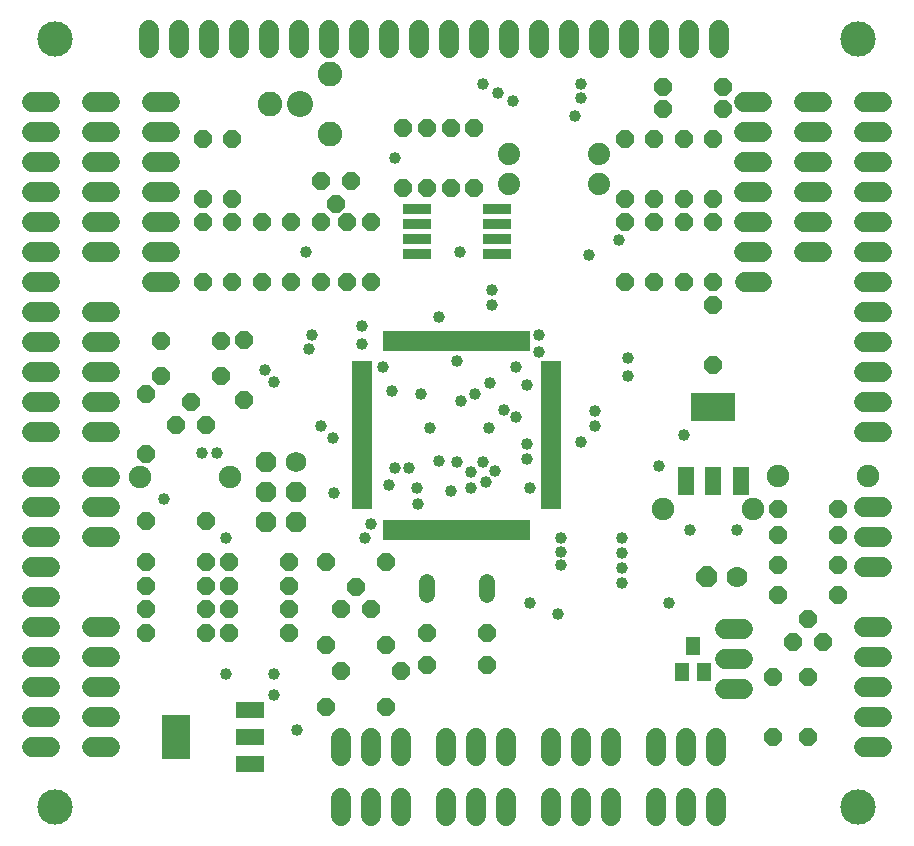
<source format=gts>
G75*
%MOIN*%
%OFA0B0*%
%FSLAX25Y25*%
%IPPOS*%
%LPD*%
%AMOC8*
5,1,8,0,0,1.08239X$1,22.5*
%
%ADD10C,0.11824*%
%ADD11C,0.08674*%
%ADD12OC8,0.06000*%
%ADD13OC8,0.07000*%
%ADD14C,0.07000*%
%ADD15C,0.07493*%
%ADD16C,0.07400*%
%ADD17C,0.05200*%
%ADD18R,0.04737X0.06312*%
%ADD19R,0.06706X0.01981*%
%ADD20R,0.01981X0.06706*%
%ADD21R,0.09500X0.03200*%
%ADD22C,0.06800*%
%ADD23C,0.08200*%
%ADD24C,0.06800*%
%ADD25OC8,0.06800*%
%ADD26R,0.05600X0.09600*%
%ADD27R,0.14973X0.09461*%
%ADD28R,0.09600X0.05600*%
%ADD29R,0.09461X0.14973*%
%ADD30C,0.06737*%
%ADD31C,0.03975*%
D10*
X0023685Y0032234D03*
X0023685Y0288140D03*
X0291402Y0288140D03*
X0291402Y0032234D03*
D11*
X0105378Y0266486D03*
D12*
X0082740Y0254833D03*
X0072898Y0254833D03*
X0072898Y0234833D03*
X0072898Y0227274D03*
X0082740Y0227274D03*
X0082740Y0234833D03*
X0092583Y0227274D03*
X0102425Y0227274D03*
X0112268Y0227274D03*
X0117189Y0233396D03*
X0121126Y0227274D03*
X0129000Y0227274D03*
X0122189Y0240896D03*
X0112189Y0240896D03*
X0139827Y0238770D03*
X0147701Y0238770D03*
X0155575Y0238770D03*
X0163449Y0238770D03*
X0163449Y0258770D03*
X0155575Y0258770D03*
X0147701Y0258770D03*
X0139827Y0258770D03*
X0129000Y0207274D03*
X0121126Y0207274D03*
X0112268Y0207274D03*
X0102425Y0207274D03*
X0092583Y0207274D03*
X0082740Y0207274D03*
X0072898Y0207274D03*
X0078961Y0187746D03*
X0086677Y0187904D03*
X0078961Y0175935D03*
X0086677Y0167904D03*
X0074000Y0159705D03*
X0069000Y0167205D03*
X0064000Y0159705D03*
X0054000Y0149892D03*
X0054000Y0169892D03*
X0058961Y0175935D03*
X0058961Y0187746D03*
X0054039Y0127707D03*
X0054039Y0113927D03*
X0054039Y0106053D03*
X0054039Y0098179D03*
X0054039Y0090305D03*
X0074039Y0090305D03*
X0081598Y0090305D03*
X0081598Y0098179D03*
X0074039Y0098179D03*
X0074039Y0106053D03*
X0081598Y0106053D03*
X0081598Y0113927D03*
X0074039Y0113927D03*
X0074039Y0127707D03*
X0101598Y0113927D03*
X0101598Y0106053D03*
X0101598Y0098179D03*
X0101598Y0090305D03*
X0114079Y0086368D03*
X0119000Y0077510D03*
X0114079Y0065699D03*
X0134079Y0065699D03*
X0139000Y0077510D03*
X0147543Y0079478D03*
X0147543Y0090305D03*
X0134079Y0086368D03*
X0129079Y0098179D03*
X0124079Y0105679D03*
X0119079Y0098179D03*
X0114079Y0113927D03*
X0134079Y0113927D03*
X0167543Y0090305D03*
X0167543Y0079478D03*
X0262858Y0075699D03*
X0269669Y0087352D03*
X0274669Y0094852D03*
X0279669Y0087352D03*
X0274669Y0075699D03*
X0274669Y0055699D03*
X0262858Y0055699D03*
X0264669Y0103100D03*
X0264669Y0112943D03*
X0264669Y0122785D03*
X0264669Y0131644D03*
X0284669Y0131644D03*
X0284669Y0122785D03*
X0284669Y0112943D03*
X0284669Y0103100D03*
X0243173Y0179715D03*
X0243173Y0199715D03*
X0243173Y0207274D03*
X0233331Y0207274D03*
X0223488Y0207274D03*
X0213646Y0207274D03*
X0213646Y0227274D03*
X0213646Y0234833D03*
X0223488Y0234833D03*
X0223488Y0227274D03*
X0233331Y0227274D03*
X0233331Y0234833D03*
X0243173Y0234833D03*
X0243173Y0227274D03*
X0243173Y0254833D03*
X0246500Y0264892D03*
X0246500Y0272392D03*
X0233331Y0254833D03*
X0223488Y0254833D03*
X0213646Y0254833D03*
X0226500Y0264892D03*
X0226500Y0272392D03*
D13*
X0241126Y0109006D03*
D14*
X0251126Y0109006D03*
D15*
X0256205Y0131644D03*
X0264591Y0142470D03*
X0294591Y0142470D03*
X0226205Y0131644D03*
X0082031Y0142392D03*
X0052031Y0142392D03*
D16*
X0175024Y0239833D03*
X0175024Y0249833D03*
X0205024Y0249833D03*
X0205024Y0239833D03*
D17*
X0167543Y0107426D02*
X0167543Y0103026D01*
X0147543Y0103026D02*
X0147543Y0107426D01*
D18*
X0232543Y0077116D03*
X0240024Y0077116D03*
X0236283Y0085778D03*
D19*
X0189039Y0132628D03*
X0189039Y0134596D03*
X0189039Y0136565D03*
X0189039Y0138533D03*
X0189039Y0140502D03*
X0189039Y0142470D03*
X0189039Y0144439D03*
X0189039Y0146407D03*
X0189039Y0148376D03*
X0189039Y0150344D03*
X0189039Y0152313D03*
X0189039Y0154281D03*
X0189039Y0156250D03*
X0189039Y0158219D03*
X0189039Y0160187D03*
X0189039Y0162156D03*
X0189039Y0164124D03*
X0189039Y0166093D03*
X0189039Y0168061D03*
X0189039Y0170030D03*
X0189039Y0171998D03*
X0189039Y0173967D03*
X0189039Y0175935D03*
X0189039Y0177904D03*
X0189039Y0179872D03*
X0126047Y0179872D03*
X0126047Y0177904D03*
X0126047Y0175935D03*
X0126047Y0173967D03*
X0126047Y0171998D03*
X0126047Y0170030D03*
X0126047Y0168061D03*
X0126047Y0166093D03*
X0126047Y0164124D03*
X0126047Y0162156D03*
X0126047Y0160187D03*
X0126047Y0158219D03*
X0126047Y0156250D03*
X0126047Y0154281D03*
X0126047Y0152313D03*
X0126047Y0150344D03*
X0126047Y0148376D03*
X0126047Y0146407D03*
X0126047Y0144439D03*
X0126047Y0142470D03*
X0126047Y0140502D03*
X0126047Y0138533D03*
X0126047Y0136565D03*
X0126047Y0134596D03*
X0126047Y0132628D03*
D20*
X0133921Y0124754D03*
X0135890Y0124754D03*
X0137858Y0124754D03*
X0139827Y0124754D03*
X0141795Y0124754D03*
X0143764Y0124754D03*
X0145732Y0124754D03*
X0147701Y0124754D03*
X0149669Y0124754D03*
X0151638Y0124754D03*
X0153606Y0124754D03*
X0155575Y0124754D03*
X0157543Y0124754D03*
X0159512Y0124754D03*
X0161480Y0124754D03*
X0163449Y0124754D03*
X0165417Y0124754D03*
X0167386Y0124754D03*
X0169354Y0124754D03*
X0171323Y0124754D03*
X0173291Y0124754D03*
X0175260Y0124754D03*
X0177228Y0124754D03*
X0179197Y0124754D03*
X0181165Y0124754D03*
X0181165Y0187746D03*
X0179197Y0187746D03*
X0177228Y0187746D03*
X0175260Y0187746D03*
X0173291Y0187746D03*
X0171323Y0187746D03*
X0169354Y0187746D03*
X0167386Y0187746D03*
X0165417Y0187746D03*
X0163449Y0187746D03*
X0161480Y0187746D03*
X0159512Y0187746D03*
X0157543Y0187746D03*
X0155575Y0187746D03*
X0153606Y0187746D03*
X0151638Y0187746D03*
X0149669Y0187746D03*
X0147701Y0187746D03*
X0145732Y0187746D03*
X0143764Y0187746D03*
X0141795Y0187746D03*
X0139827Y0187746D03*
X0137858Y0187746D03*
X0135890Y0187746D03*
X0133921Y0187746D03*
D21*
X0144343Y0216663D03*
X0144343Y0221663D03*
X0144343Y0226663D03*
X0144343Y0231663D03*
X0170843Y0231663D03*
X0170843Y0226663D03*
X0170843Y0221663D03*
X0170843Y0216663D03*
D22*
X0175161Y0285140D02*
X0175161Y0291140D01*
X0165161Y0291140D02*
X0165161Y0285140D01*
X0155161Y0285140D02*
X0155161Y0291140D01*
X0145161Y0291140D02*
X0145161Y0285140D01*
X0135161Y0285140D02*
X0135161Y0291140D01*
X0125161Y0291140D02*
X0125161Y0285140D01*
X0115161Y0285140D02*
X0115161Y0291140D01*
X0105161Y0291140D02*
X0105161Y0285140D01*
X0095161Y0285140D02*
X0095161Y0291140D01*
X0085161Y0291140D02*
X0085161Y0285140D01*
X0075161Y0285140D02*
X0075161Y0291140D01*
X0065161Y0291140D02*
X0065161Y0285140D01*
X0055161Y0285140D02*
X0055161Y0291140D01*
X0056000Y0267392D02*
X0062000Y0267392D01*
X0062000Y0257392D02*
X0056000Y0257392D01*
X0056000Y0247392D02*
X0062000Y0247392D01*
X0062000Y0237392D02*
X0056000Y0237392D01*
X0056000Y0227392D02*
X0062000Y0227392D01*
X0062000Y0217392D02*
X0056000Y0217392D01*
X0042000Y0217392D02*
X0036000Y0217392D01*
X0036000Y0227392D02*
X0042000Y0227392D01*
X0042000Y0237392D02*
X0036000Y0237392D01*
X0036000Y0247392D02*
X0042000Y0247392D01*
X0042000Y0257392D02*
X0036000Y0257392D01*
X0036000Y0267392D02*
X0042000Y0267392D01*
X0022000Y0267392D02*
X0016000Y0267392D01*
X0016000Y0257392D02*
X0022000Y0257392D01*
X0022000Y0247392D02*
X0016000Y0247392D01*
X0016000Y0237392D02*
X0022000Y0237392D01*
X0022000Y0227392D02*
X0016000Y0227392D01*
X0016000Y0217392D02*
X0022000Y0217392D01*
X0022000Y0207392D02*
X0016000Y0207392D01*
X0016000Y0197392D02*
X0022000Y0197392D01*
X0022000Y0187392D02*
X0016000Y0187392D01*
X0016000Y0177392D02*
X0022000Y0177392D01*
X0022000Y0167392D02*
X0016000Y0167392D01*
X0016000Y0157392D02*
X0022000Y0157392D01*
X0036000Y0157392D02*
X0042000Y0157392D01*
X0042000Y0167392D02*
X0036000Y0167392D01*
X0036000Y0177392D02*
X0042000Y0177392D01*
X0042000Y0187392D02*
X0036000Y0187392D01*
X0036000Y0197392D02*
X0042000Y0197392D01*
X0042000Y0142392D02*
X0036000Y0142392D01*
X0036000Y0132392D02*
X0042000Y0132392D01*
X0042000Y0122392D02*
X0036000Y0122392D01*
X0022000Y0122392D02*
X0016000Y0122392D01*
X0016000Y0132392D02*
X0022000Y0132392D01*
X0022000Y0142392D02*
X0016000Y0142392D01*
X0016000Y0112392D02*
X0022000Y0112392D01*
X0022000Y0102392D02*
X0016000Y0102392D01*
X0016000Y0092392D02*
X0022000Y0092392D01*
X0022000Y0082392D02*
X0016000Y0082392D01*
X0016000Y0072392D02*
X0022000Y0072392D01*
X0022000Y0062392D02*
X0016000Y0062392D01*
X0016000Y0052392D02*
X0022000Y0052392D01*
X0036000Y0052392D02*
X0042000Y0052392D01*
X0042000Y0062392D02*
X0036000Y0062392D01*
X0036000Y0072392D02*
X0042000Y0072392D01*
X0042000Y0082392D02*
X0036000Y0082392D01*
X0036000Y0092392D02*
X0042000Y0092392D01*
X0119000Y0055392D02*
X0119000Y0049392D01*
X0129000Y0049392D02*
X0129000Y0055392D01*
X0139000Y0055392D02*
X0139000Y0049392D01*
X0154000Y0049392D02*
X0154000Y0055392D01*
X0164000Y0055392D02*
X0164000Y0049392D01*
X0174000Y0049392D02*
X0174000Y0055392D01*
X0189000Y0055392D02*
X0189000Y0049392D01*
X0199000Y0049392D02*
X0199000Y0055392D01*
X0209000Y0055392D02*
X0209000Y0049392D01*
X0224000Y0049392D02*
X0224000Y0055392D01*
X0234000Y0055392D02*
X0234000Y0049392D01*
X0244000Y0049392D02*
X0244000Y0055392D01*
X0247063Y0071447D02*
X0253063Y0071447D01*
X0253063Y0081447D02*
X0247063Y0081447D01*
X0247063Y0091447D02*
X0253063Y0091447D01*
X0293500Y0092392D02*
X0299500Y0092392D01*
X0299500Y0082392D02*
X0293500Y0082392D01*
X0293500Y0072392D02*
X0299500Y0072392D01*
X0299500Y0062392D02*
X0293500Y0062392D01*
X0293500Y0052392D02*
X0299500Y0052392D01*
X0244000Y0035392D02*
X0244000Y0029392D01*
X0234000Y0029392D02*
X0234000Y0035392D01*
X0224000Y0035392D02*
X0224000Y0029392D01*
X0209000Y0029392D02*
X0209000Y0035392D01*
X0199000Y0035392D02*
X0199000Y0029392D01*
X0189000Y0029392D02*
X0189000Y0035392D01*
X0174000Y0035392D02*
X0174000Y0029392D01*
X0164000Y0029392D02*
X0164000Y0035392D01*
X0154000Y0035392D02*
X0154000Y0029392D01*
X0139000Y0029392D02*
X0139000Y0035392D01*
X0129000Y0035392D02*
X0129000Y0029392D01*
X0119000Y0029392D02*
X0119000Y0035392D01*
X0293500Y0112392D02*
X0299500Y0112392D01*
X0299500Y0122392D02*
X0293500Y0122392D01*
X0293500Y0132392D02*
X0299500Y0132392D01*
X0299500Y0157392D02*
X0293500Y0157392D01*
X0293500Y0167392D02*
X0299500Y0167392D01*
X0299500Y0177392D02*
X0293500Y0177392D01*
X0293500Y0187392D02*
X0299500Y0187392D01*
X0299500Y0197392D02*
X0293500Y0197392D01*
X0293500Y0207392D02*
X0299500Y0207392D01*
X0299500Y0217392D02*
X0293500Y0217392D01*
X0293500Y0227392D02*
X0299500Y0227392D01*
X0299500Y0237392D02*
X0293500Y0237392D01*
X0293500Y0247392D02*
X0299500Y0247392D01*
X0299500Y0257392D02*
X0293500Y0257392D01*
X0293500Y0267392D02*
X0299500Y0267392D01*
X0279500Y0267392D02*
X0273500Y0267392D01*
X0273500Y0257392D02*
X0279500Y0257392D01*
X0279500Y0247392D02*
X0273500Y0247392D01*
X0273500Y0237392D02*
X0279500Y0237392D01*
X0279500Y0227392D02*
X0273500Y0227392D01*
X0273500Y0217392D02*
X0279500Y0217392D01*
X0259500Y0217392D02*
X0253500Y0217392D01*
X0253500Y0227392D02*
X0259500Y0227392D01*
X0259500Y0237392D02*
X0253500Y0237392D01*
X0253500Y0247392D02*
X0259500Y0247392D01*
X0259500Y0257392D02*
X0253500Y0257392D01*
X0253500Y0267392D02*
X0259500Y0267392D01*
X0245161Y0285140D02*
X0245161Y0291140D01*
X0235161Y0291140D02*
X0235161Y0285140D01*
X0225161Y0285140D02*
X0225161Y0291140D01*
X0215161Y0291140D02*
X0215161Y0285140D01*
X0205161Y0285140D02*
X0205161Y0291140D01*
X0195161Y0291140D02*
X0195161Y0285140D01*
X0185161Y0285140D02*
X0185161Y0291140D01*
D23*
X0115378Y0276486D03*
X0115378Y0256486D03*
X0095378Y0266486D03*
D24*
X0104000Y0147392D03*
D25*
X0094000Y0147392D03*
X0094000Y0137392D03*
X0104000Y0137392D03*
X0104000Y0127392D03*
X0094000Y0127392D03*
D26*
X0234073Y0141097D03*
X0243173Y0141097D03*
X0252273Y0141097D03*
D27*
X0243173Y0165498D03*
D28*
X0088562Y0064681D03*
X0088562Y0055581D03*
X0088562Y0046481D03*
D29*
X0064161Y0055581D03*
D30*
X0061969Y0207392D02*
X0056031Y0207392D01*
X0253531Y0207392D02*
X0259469Y0207392D01*
D31*
X0214630Y0181841D03*
X0214630Y0175935D03*
X0203803Y0164124D03*
X0203803Y0159203D03*
X0198882Y0153789D03*
X0181165Y0153297D03*
X0181165Y0148376D03*
X0182150Y0138533D03*
X0170339Y0144439D03*
X0167386Y0140502D03*
X0162465Y0138533D03*
X0162465Y0143947D03*
X0166402Y0147392D03*
X0157543Y0147392D03*
X0151751Y0147505D03*
X0155575Y0137549D03*
X0144256Y0138630D03*
X0144562Y0133426D03*
X0134906Y0139518D03*
X0136874Y0145423D03*
X0141795Y0145423D03*
X0148685Y0158711D03*
X0159008Y0167581D03*
X0163647Y0169832D03*
X0168568Y0173769D03*
X0177228Y0178888D03*
X0181165Y0172982D03*
X0173291Y0164616D03*
X0177228Y0162156D03*
X0168370Y0158711D03*
X0157543Y0180856D03*
X0145732Y0170030D03*
X0135890Y0171014D03*
X0132937Y0178888D03*
X0126047Y0186762D03*
X0126047Y0192667D03*
X0109315Y0189715D03*
X0108220Y0184793D03*
X0096520Y0174078D03*
X0093523Y0177947D03*
X0112268Y0159203D03*
X0116205Y0155266D03*
X0116697Y0137057D03*
X0129000Y0126722D03*
X0127031Y0121801D03*
X0080772Y0121801D03*
X0060102Y0135089D03*
X0072787Y0150344D03*
X0077819Y0150344D03*
X0107346Y0217274D03*
X0136874Y0248770D03*
X0166402Y0273376D03*
X0171323Y0270423D03*
X0176244Y0267470D03*
X0196913Y0262549D03*
X0198882Y0268455D03*
X0198882Y0273376D03*
X0211677Y0221211D03*
X0201835Y0216289D03*
X0185102Y0189715D03*
X0185102Y0183809D03*
X0169354Y0199557D03*
X0169354Y0204478D03*
X0158528Y0217274D03*
X0151638Y0195620D03*
X0224965Y0145915D03*
X0233331Y0156250D03*
X0235299Y0124754D03*
X0251047Y0124754D03*
X0228409Y0100148D03*
X0212661Y0107037D03*
X0212661Y0111959D03*
X0212661Y0116880D03*
X0212661Y0121801D03*
X0192484Y0121801D03*
X0192484Y0117372D03*
X0192484Y0112943D03*
X0182150Y0100148D03*
X0191500Y0096703D03*
X0104394Y0057825D03*
X0096520Y0069636D03*
X0096520Y0076526D03*
X0080772Y0076526D03*
M02*

</source>
